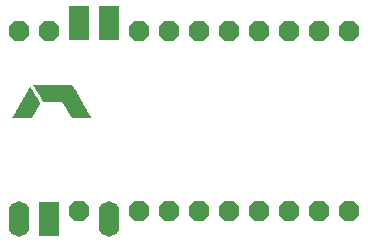
<source format=gbr>
%TF.GenerationSoftware,KiCad,Pcbnew,(6.0.9)*%
%TF.CreationDate,2022-11-13T21:00:24-06:00*%
%TF.ProjectId,melodyous-micro,6d656c6f-6479-46f7-9573-2d6d6963726f,rev?*%
%TF.SameCoordinates,Original*%
%TF.FileFunction,Soldermask,Bot*%
%TF.FilePolarity,Negative*%
%FSLAX46Y46*%
G04 Gerber Fmt 4.6, Leading zero omitted, Abs format (unit mm)*
G04 Created by KiCad (PCBNEW (6.0.9)) date 2022-11-13 21:00:24*
%MOMM*%
%LPD*%
G01*
G04 APERTURE LIST*
G04 Aperture macros list*
%AMFreePoly0*
4,1,17,0.377620,0.861655,0.861655,0.377620,0.876300,0.342265,0.876300,-0.342265,0.861655,-0.377620,0.377620,-0.861655,0.342265,-0.876300,-0.342265,-0.876300,-0.377620,-0.861655,-0.861655,-0.377620,-0.876300,-0.342265,-0.876300,0.342265,-0.861655,0.377620,-0.377620,0.861655,-0.342265,0.876300,0.342265,0.876300,0.377620,0.861655,0.377620,0.861655,$1*%
G04 Aperture macros list end*
%ADD10O,1.752600X3.000000*%
%ADD11R,1.752600X3.000000*%
%ADD12FreePoly0,0.000000*%
G04 APERTURE END LIST*
%TO.C,G2\u002A\u002A\u002A*%
G36*
X108870561Y-70722772D02*
G01*
X108891065Y-70753319D01*
X108928301Y-70813463D01*
X108980090Y-70899532D01*
X109044252Y-71007857D01*
X109118607Y-71134766D01*
X109200975Y-71276590D01*
X109289176Y-71429658D01*
X109325910Y-71493667D01*
X109411295Y-71642581D01*
X109489343Y-71778878D01*
X109557954Y-71898882D01*
X109615030Y-71998914D01*
X109658471Y-72075299D01*
X109686178Y-72124357D01*
X109696051Y-72142413D01*
X109686815Y-72160286D01*
X109659794Y-72208942D01*
X109617201Y-72284475D01*
X109561250Y-72382986D01*
X109494156Y-72500579D01*
X109418131Y-72633354D01*
X109335390Y-72777413D01*
X108973573Y-73406445D01*
X108145390Y-73406445D01*
X108012421Y-73406391D01*
X107829744Y-73406029D01*
X107681467Y-73405217D01*
X107564145Y-73403830D01*
X107474329Y-73401744D01*
X107408573Y-73398833D01*
X107363430Y-73394972D01*
X107335453Y-73390037D01*
X107321194Y-73383903D01*
X107317208Y-73376445D01*
X107318881Y-73362712D01*
X107332208Y-73346397D01*
X107346947Y-73331879D01*
X107373912Y-73290392D01*
X107406454Y-73231397D01*
X107436253Y-73175161D01*
X107462850Y-73128211D01*
X107477496Y-73106445D01*
X107480174Y-73103517D01*
X107498909Y-73073835D01*
X107524055Y-73026445D01*
X107531820Y-73011192D01*
X107568777Y-72943561D01*
X107608359Y-72876445D01*
X107621730Y-72854632D01*
X107655392Y-72797944D01*
X107678582Y-72756445D01*
X107685330Y-72743828D01*
X107713437Y-72694231D01*
X107747618Y-72636445D01*
X107756941Y-72620746D01*
X107797211Y-72548484D01*
X107831307Y-72481445D01*
X107840061Y-72463778D01*
X107864712Y-72422812D01*
X107881926Y-72406445D01*
X107886943Y-72405140D01*
X107897207Y-72383019D01*
X107901952Y-72364455D01*
X107924699Y-72328019D01*
X107925403Y-72327194D01*
X107948705Y-72292838D01*
X107982489Y-72235253D01*
X108019699Y-72166445D01*
X108023702Y-72158751D01*
X108057409Y-72095284D01*
X108083722Y-72047931D01*
X108097239Y-72026445D01*
X108097875Y-72025758D01*
X108113638Y-72000387D01*
X108136377Y-71956445D01*
X108163517Y-71905584D01*
X108188542Y-71866445D01*
X108208187Y-71836508D01*
X108240488Y-71782117D01*
X108277472Y-71716445D01*
X108285738Y-71701389D01*
X108333791Y-71614108D01*
X108368786Y-71551294D01*
X108396039Y-71503627D01*
X108420867Y-71461784D01*
X108448589Y-71416445D01*
X108461871Y-71394604D01*
X108494917Y-71337931D01*
X108517207Y-71296445D01*
X108523845Y-71283458D01*
X108551593Y-71233963D01*
X108586056Y-71176445D01*
X108596427Y-71159428D01*
X108636783Y-71089497D01*
X108670360Y-71026445D01*
X108676795Y-71013688D01*
X108700882Y-70969374D01*
X108716197Y-70946445D01*
X108716936Y-70945716D01*
X108733656Y-70920312D01*
X108757208Y-70876445D01*
X108759107Y-70872658D01*
X108782124Y-70829688D01*
X108797176Y-70806445D01*
X108807750Y-70792257D01*
X108829387Y-70756445D01*
X108846594Y-70732343D01*
X108867512Y-70719658D01*
X108870561Y-70722772D01*
G37*
G36*
X112788391Y-71221445D02*
G01*
X112799237Y-71240334D01*
X112883385Y-71386600D01*
X112961166Y-71521313D01*
X113030331Y-71640611D01*
X113088630Y-71740635D01*
X113133814Y-71817522D01*
X113163633Y-71867413D01*
X113175838Y-71886445D01*
X113176593Y-71887168D01*
X113193551Y-71912567D01*
X113217208Y-71956445D01*
X113219072Y-71960158D01*
X113242435Y-72003173D01*
X113258218Y-72026445D01*
X113260755Y-72029363D01*
X113278980Y-72059043D01*
X113303795Y-72106445D01*
X113341759Y-72180291D01*
X113449066Y-72356524D01*
X113486374Y-72417068D01*
X113518948Y-72481445D01*
X113522603Y-72489684D01*
X113544176Y-72530026D01*
X113559663Y-72546445D01*
X113561407Y-72546927D01*
X113578085Y-72568259D01*
X113599042Y-72611445D01*
X113600971Y-72616088D01*
X113623965Y-72665204D01*
X113642917Y-72696445D01*
X113643678Y-72697404D01*
X113660726Y-72723826D01*
X113694016Y-72778593D01*
X113740177Y-72856054D01*
X113795837Y-72950555D01*
X113857626Y-73056445D01*
X113866751Y-73072157D01*
X113926515Y-73175230D01*
X113978401Y-73265016D01*
X114019348Y-73336194D01*
X114046294Y-73383443D01*
X114056177Y-73401445D01*
X114050918Y-73402010D01*
X114012549Y-73403039D01*
X113940469Y-73403977D01*
X113838808Y-73404799D01*
X113711695Y-73405482D01*
X113563259Y-73406000D01*
X113397630Y-73406329D01*
X113218935Y-73406445D01*
X112380662Y-73406445D01*
X112073935Y-72876068D01*
X112059424Y-72850976D01*
X111971382Y-72698745D01*
X111900639Y-72576422D01*
X111844826Y-72479885D01*
X111801572Y-72405015D01*
X111768507Y-72347693D01*
X111743261Y-72303798D01*
X111723463Y-72269211D01*
X111706743Y-72239812D01*
X111690732Y-72211481D01*
X111673058Y-72180098D01*
X111651352Y-72141544D01*
X111575497Y-72006887D01*
X109931883Y-71996445D01*
X109583049Y-71386445D01*
X109519277Y-71274926D01*
X109437668Y-71132210D01*
X109361986Y-70999850D01*
X109295016Y-70882721D01*
X109239544Y-70785694D01*
X109198358Y-70713645D01*
X109174243Y-70671445D01*
X109114272Y-70566445D01*
X112412378Y-70566445D01*
X112788391Y-71221445D01*
G37*
%TD*%
D10*
%TO.C,U1*%
X107910000Y-81900400D03*
D11*
X110450000Y-81900400D03*
D12*
X112990000Y-81240000D03*
D10*
X115530000Y-81900400D03*
D12*
X118070000Y-81240000D03*
X120610000Y-81240000D03*
X123150000Y-81240000D03*
X125690000Y-81240000D03*
X128230000Y-81240000D03*
X130770000Y-81240000D03*
X133310000Y-81240000D03*
X135850000Y-81240000D03*
X135850000Y-66000000D03*
X133310000Y-66000000D03*
X130770000Y-66000000D03*
X128230000Y-66000000D03*
X125690000Y-66000000D03*
X123150000Y-66000000D03*
X120610000Y-66000000D03*
X118070000Y-66000000D03*
D11*
X115530000Y-65339600D03*
X112990000Y-65339600D03*
D12*
X110450000Y-66000000D03*
X107910000Y-66000000D03*
%TD*%
M02*

</source>
